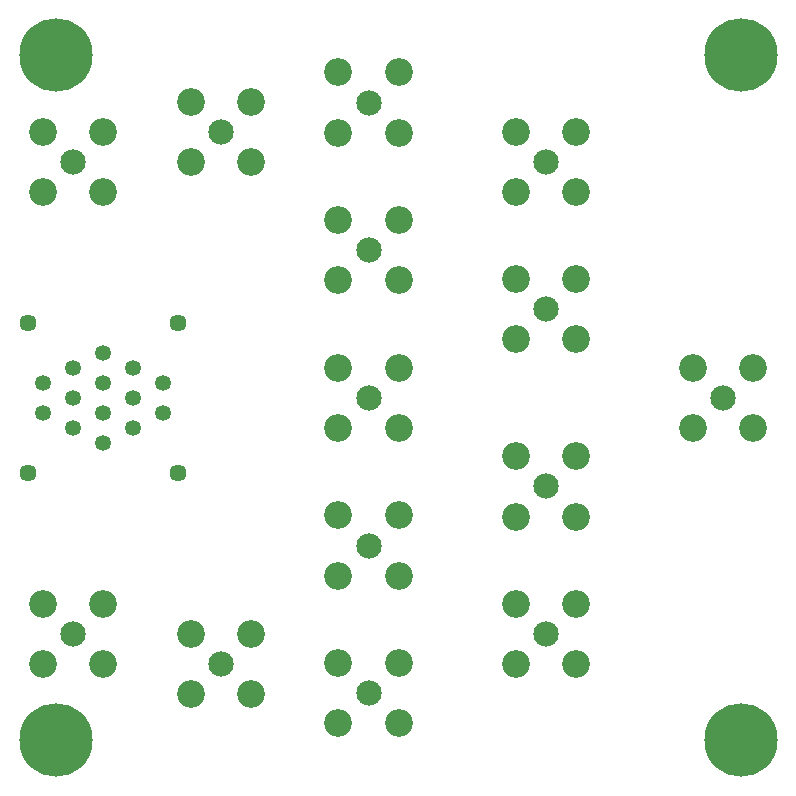
<source format=gbs>
G04*
G04 #@! TF.GenerationSoftware,Altium Limited,Altium Designer,23.11.1 (41)*
G04*
G04 Layer_Color=16711935*
%FSLAX25Y25*%
%MOIN*%
G70*
G04*
G04 #@! TF.SameCoordinates,C9437007-6874-4410-A1E4-39502FECBC63*
G04*
G04*
G04 #@! TF.FilePolarity,Negative*
G04*
G01*
G75*
%ADD14C,0.24422*%
%ADD15C,0.09252*%
%ADD16C,0.08465*%
%ADD17C,0.05315*%
%ADD18C,0.05709*%
D14*
X212598Y114173D02*
D03*
X-15748D02*
D03*
Y-114173D02*
D03*
X212598D02*
D03*
D15*
X78543Y10039D02*
D03*
X98622D02*
D03*
Y-10039D02*
D03*
X78543D02*
D03*
Y59252D02*
D03*
X98622D02*
D03*
Y39173D02*
D03*
X78543D02*
D03*
X196653Y10039D02*
D03*
X216732D02*
D03*
Y-10039D02*
D03*
X196653D02*
D03*
X78543Y-39173D02*
D03*
X98622D02*
D03*
Y-59252D02*
D03*
X78543D02*
D03*
X137598Y-19488D02*
D03*
X157677D02*
D03*
Y-39567D02*
D03*
X137598D02*
D03*
X29331Y-78543D02*
D03*
X49409D02*
D03*
Y-98622D02*
D03*
X29331D02*
D03*
Y98622D02*
D03*
X49409D02*
D03*
Y78543D02*
D03*
X29331D02*
D03*
X137598Y39567D02*
D03*
X157677D02*
D03*
Y19488D02*
D03*
X137598D02*
D03*
X78543Y-88386D02*
D03*
X98622D02*
D03*
Y-108465D02*
D03*
X78543D02*
D03*
X-19882Y88779D02*
D03*
X197D02*
D03*
Y68701D02*
D03*
X-19882D02*
D03*
X137598Y88779D02*
D03*
X157677D02*
D03*
Y68701D02*
D03*
X137598D02*
D03*
Y-68701D02*
D03*
X157677D02*
D03*
Y-88779D02*
D03*
X137598D02*
D03*
X-19882Y-68701D02*
D03*
X197D02*
D03*
Y-88779D02*
D03*
X-19882D02*
D03*
X78543Y108465D02*
D03*
X98622D02*
D03*
Y88386D02*
D03*
X78543D02*
D03*
D16*
X88583Y0D02*
D03*
Y49213D02*
D03*
X206693Y0D02*
D03*
X88583Y-49213D02*
D03*
X147638Y-29528D02*
D03*
X39370Y-88583D02*
D03*
Y88583D02*
D03*
X147638Y29528D02*
D03*
X88583Y-98425D02*
D03*
X-9843Y78740D02*
D03*
X147638D02*
D03*
Y-78740D02*
D03*
X-9843D02*
D03*
X88583Y98425D02*
D03*
D17*
X20000Y5000D02*
D03*
X10000Y10000D02*
D03*
X0Y15000D02*
D03*
X-10000Y10000D02*
D03*
X-20000Y5000D02*
D03*
Y-5000D02*
D03*
X-10000Y-10000D02*
D03*
X0Y-15000D02*
D03*
X10000Y-10000D02*
D03*
X20000Y-5000D02*
D03*
X10000Y0D02*
D03*
X0Y5000D02*
D03*
X-10000Y0D02*
D03*
X0Y-5000D02*
D03*
D18*
X25000Y25000D02*
D03*
X-25000D02*
D03*
Y-25000D02*
D03*
X25000D02*
D03*
M02*

</source>
